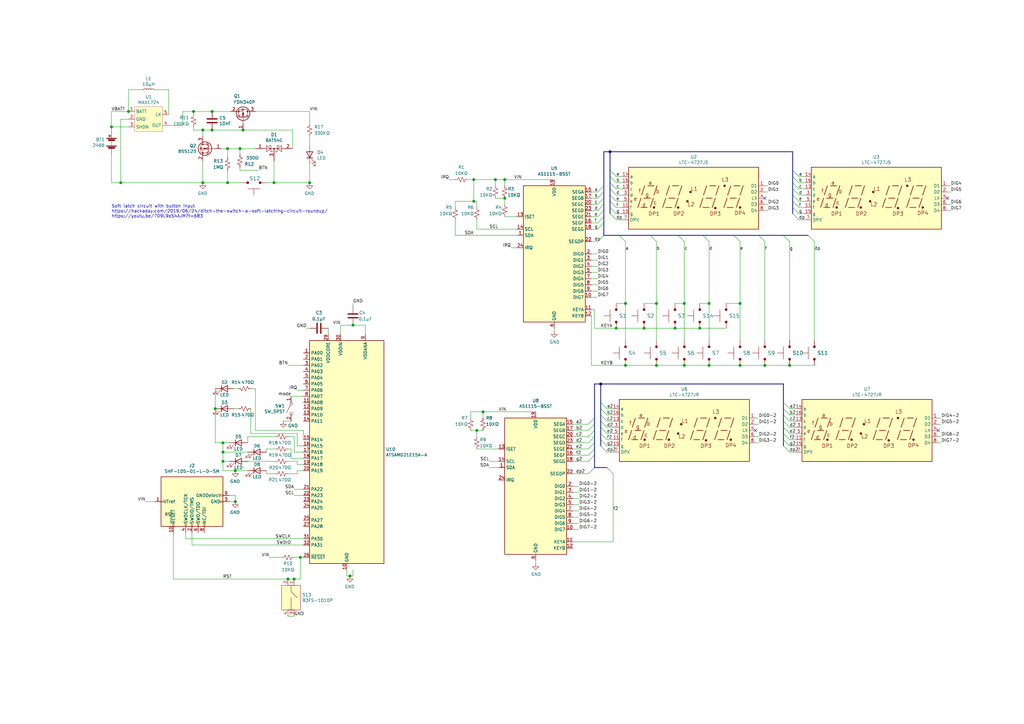
<source format=kicad_sch>
(kicad_sch (version 20201015) (generator eeschema)
  (page 1 1)
  (paper "A3")
  (title_block (date "2020-10-25") (rev "1.3") (company "Andy Lustig"))
  (junction (at 45.72 52.07) (diameter 1.016))
  (junction (at 49.53 74.93) (diameter 1.016))
  (junction (at 52.705 45.72) (diameter 1.016))
  (junction (at 79.375 45.72) (diameter 1.016))
  (junction (at 83.185 53.34) (diameter 1.016))
  (junction (at 83.185 74.93) (diameter 1.016))
  (junction (at 86.995 45.72) (diameter 1.016))
  (junction (at 86.995 53.34) (diameter 1.016))
  (junction (at 88.265 167.64) (diameter 1.016))
  (junction (at 91.44 181.61) (diameter 1.016))
  (junction (at 91.44 185.42) (diameter 1.016))
  (junction (at 91.44 189.23) (diameter 1.016))
  (junction (at 93.345 60.96) (diameter 1.016))
  (junction (at 93.345 74.93) (diameter 1.016))
  (junction (at 96.52 193.04) (diameter 1.016))
  (junction (at 96.52 205.74) (diameter 1.016))
  (junction (at 98.425 60.96) (diameter 1.016))
  (junction (at 99.695 53.34) (diameter 1.016))
  (junction (at 112.395 74.93) (diameter 1.016))
  (junction (at 118.11 237.49) (diameter 1.016))
  (junction (at 120.65 237.49) (diameter 1.016))
  (junction (at 123.19 228.6) (diameter 1.016))
  (junction (at 127 74.93) (diameter 1.016))
  (junction (at 143.51 236.22) (diameter 1.016))
  (junction (at 144.78 133.35) (diameter 1.016))
  (junction (at 194.31 73.66) (diameter 1.016))
  (junction (at 194.31 82.55) (diameter 1.016))
  (junction (at 195.58 176.53) (diameter 1.016))
  (junction (at 198.12 168.91) (diameter 1.016))
  (junction (at 203.2 73.66) (diameter 1.016))
  (junction (at 207.01 73.66) (diameter 1.016))
  (junction (at 207.01 81.28) (diameter 1.016))
  (junction (at 252.73 134.62) (diameter 1.016))
  (junction (at 256.54 124.46) (diameter 1.016))
  (junction (at 256.54 149.86) (diameter 1.016))
  (junction (at 264.16 134.62) (diameter 1.016))
  (junction (at 269.24 124.46) (diameter 1.016))
  (junction (at 269.24 149.86) (diameter 1.016))
  (junction (at 276.86 134.62) (diameter 1.016))
  (junction (at 280.67 124.46) (diameter 1.016))
  (junction (at 280.67 149.86) (diameter 1.016))
  (junction (at 287.02 134.62) (diameter 1.016))
  (junction (at 290.83 124.46) (diameter 1.016))
  (junction (at 290.83 149.86) (diameter 1.016))
  (junction (at 303.53 124.46) (diameter 1.016))
  (junction (at 303.53 149.86) (diameter 1.016))
  (junction (at 313.69 149.86) (diameter 1.016))
  (junction (at 323.85 149.86) (diameter 1.016))
  (junction (at 246.38 157.48) (diameter 1.016))
  (junction (at 250.19 62.23) (diameter 1.016))
  (no_connect (at 384.81 176.53))
  (no_connect (at 313.69 81.28))
  (no_connect (at 388.62 81.28))
  (no_connect (at 309.88 176.53))
  (bus_entry (at 241.3 173.99) (size 2.54 -2.54) (stroke (width 0.1524)))
  (bus_entry (at 241.3 176.53) (size 2.54 -2.54) (stroke (width 0.1524)))
  (bus_entry (at 241.3 179.07) (size 2.54 -2.54) (stroke (width 0.1524)))
  (bus_entry (at 241.3 181.61) (size 2.54 -2.54) (stroke (width 0.1524)))
  (bus_entry (at 241.3 184.15) (size 2.54 -2.54) (stroke (width 0.1524)))
  (bus_entry (at 241.3 186.69) (size 2.54 -2.54) (stroke (width 0.1524)))
  (bus_entry (at 241.3 189.23) (size 2.54 -2.54) (stroke (width 0.1524)))
  (bus_entry (at 241.3 194.31) (size 2.54 -2.54) (stroke (width 0.1524)))
  (bus_entry (at 245.11 78.74) (size 2.54 -2.54) (stroke (width 0.1524)))
  (bus_entry (at 245.11 81.28) (size 2.54 -2.54) (stroke (width 0.1524)))
  (bus_entry (at 245.11 83.82) (size 2.54 -2.54) (stroke (width 0.1524)))
  (bus_entry (at 245.11 86.36) (size 2.54 -2.54) (stroke (width 0.1524)))
  (bus_entry (at 245.11 88.9) (size 2.54 -2.54) (stroke (width 0.1524)))
  (bus_entry (at 245.11 91.44) (size 2.54 -2.54) (stroke (width 0.1524)))
  (bus_entry (at 245.11 93.98) (size 2.54 -2.54) (stroke (width 0.1524)))
  (bus_entry (at 245.11 99.06) (size 2.54 -2.54) (stroke (width 0.1524)))
  (bus_entry (at 246.38 165.1) (size 2.54 2.54) (stroke (width 0.1524)))
  (bus_entry (at 246.38 167.64) (size 2.54 2.54) (stroke (width 0.1524)))
  (bus_entry (at 246.38 170.18) (size 2.54 2.54) (stroke (width 0.1524)))
  (bus_entry (at 246.38 172.72) (size 2.54 2.54) (stroke (width 0.1524)))
  (bus_entry (at 246.38 175.26) (size 2.54 2.54) (stroke (width 0.1524)))
  (bus_entry (at 246.38 177.8) (size 2.54 2.54) (stroke (width 0.1524)))
  (bus_entry (at 246.38 180.34) (size 2.54 2.54) (stroke (width 0.1524)))
  (bus_entry (at 246.38 182.88) (size 2.54 2.54) (stroke (width 0.1524)))
  (bus_entry (at 248.92 191.77) (size 2.54 2.54) (stroke (width 0.1524)))
  (bus_entry (at 250.19 69.85) (size 2.54 2.54) (stroke (width 0.1524)))
  (bus_entry (at 250.19 72.39) (size 2.54 2.54) (stroke (width 0.1524)))
  (bus_entry (at 250.19 74.93) (size 2.54 2.54) (stroke (width 0.1524)))
  (bus_entry (at 250.19 77.47) (size 2.54 2.54) (stroke (width 0.1524)))
  (bus_entry (at 250.19 80.01) (size 2.54 2.54) (stroke (width 0.1524)))
  (bus_entry (at 250.19 82.55) (size 2.54 2.54) (stroke (width 0.1524)))
  (bus_entry (at 250.19 85.09) (size 2.54 2.54) (stroke (width 0.1524)))
  (bus_entry (at 250.19 87.63) (size 2.54 2.54) (stroke (width 0.1524)))
  (bus_entry (at 254 96.52) (size 2.54 2.54) (stroke (width 0.1524)))
  (bus_entry (at 266.7 96.52) (size 2.54 2.54) (stroke (width 0.1524)))
  (bus_entry (at 278.13 96.52) (size 2.54 2.54) (stroke (width 0.1524)))
  (bus_entry (at 288.29 96.52) (size 2.54 2.54) (stroke (width 0.1524)))
  (bus_entry (at 300.99 96.52) (size 2.54 2.54) (stroke (width 0.1524)))
  (bus_entry (at 311.15 96.52) (size 2.54 2.54) (stroke (width 0.1524)))
  (bus_entry (at 321.31 96.52) (size 2.54 2.54) (stroke (width 0.1524)))
  (bus_entry (at 321.31 165.1) (size 2.54 2.54) (stroke (width 0.1524)))
  (bus_entry (at 321.31 167.64) (size 2.54 2.54) (stroke (width 0.1524)))
  (bus_entry (at 321.31 170.18) (size 2.54 2.54) (stroke (width 0.1524)))
  (bus_entry (at 321.31 172.72) (size 2.54 2.54) (stroke (width 0.1524)))
  (bus_entry (at 321.31 175.26) (size 2.54 2.54) (stroke (width 0.1524)))
  (bus_entry (at 321.31 177.8) (size 2.54 2.54) (stroke (width 0.1524)))
  (bus_entry (at 321.31 180.34) (size 2.54 2.54) (stroke (width 0.1524)))
  (bus_entry (at 321.31 182.88) (size 2.54 2.54) (stroke (width 0.1524)))
  (bus_entry (at 325.12 69.85) (size 2.54 2.54) (stroke (width 0.1524)))
  (bus_entry (at 325.12 72.39) (size 2.54 2.54) (stroke (width 0.1524)))
  (bus_entry (at 325.12 74.93) (size 2.54 2.54) (stroke (width 0.1524)))
  (bus_entry (at 325.12 77.47) (size 2.54 2.54) (stroke (width 0.1524)))
  (bus_entry (at 325.12 80.01) (size 2.54 2.54) (stroke (width 0.1524)))
  (bus_entry (at 325.12 82.55) (size 2.54 2.54) (stroke (width 0.1524)))
  (bus_entry (at 325.12 85.09) (size 2.54 2.54) (stroke (width 0.1524)))
  (bus_entry (at 325.12 87.63) (size 2.54 2.54) (stroke (width 0.1524)))
  (bus_entry (at 331.47 96.52) (size 2.54 2.54) (stroke (width 0.1524)))
  (wire (pts (xy 45.72 45.72) (xy 45.72 52.07)))
  (wire (pts (xy 45.72 45.72) (xy 52.705 45.72)))
  (wire (pts (xy 45.72 52.07) (xy 45.72 53.34)))
  (wire (pts (xy 45.72 52.07) (xy 52.705 52.07)))
  (wire (pts (xy 45.72 63.5) (xy 45.72 74.93)))
  (wire (pts (xy 49.53 48.895) (xy 49.53 74.93)))
  (wire (pts (xy 49.53 74.93) (xy 45.72 74.93)))
  (wire (pts (xy 52.705 36.83) (xy 52.705 45.72)))
  (wire (pts (xy 52.705 48.895) (xy 49.53 48.895)))
  (wire (pts (xy 58.42 36.83) (xy 52.705 36.83)))
  (wire (pts (xy 63.5 205.74) (xy 59.69 205.74)))
  (wire (pts (xy 69.215 36.83) (xy 63.5 36.83)))
  (wire (pts (xy 69.215 46.99) (xy 69.215 36.83)))
  (wire (pts (xy 69.215 51.435) (xy 74.93 51.435)))
  (wire (pts (xy 71.12 218.44) (xy 71.12 237.49)))
  (wire (pts (xy 74.93 45.72) (xy 79.375 45.72)))
  (wire (pts (xy 74.93 51.435) (xy 74.93 45.72)))
  (wire (pts (xy 76.2 218.44) (xy 76.2 220.98)))
  (wire (pts (xy 76.2 220.98) (xy 124.46 220.98)))
  (wire (pts (xy 78.74 218.44) (xy 78.74 223.52)))
  (wire (pts (xy 78.74 223.52) (xy 124.46 223.52)))
  (wire (pts (xy 79.375 45.72) (xy 86.995 45.72)))
  (wire (pts (xy 79.375 46.99) (xy 79.375 45.72)))
  (wire (pts (xy 79.375 53.34) (xy 79.375 52.07)))
  (wire (pts (xy 79.375 53.34) (xy 83.185 53.34)))
  (wire (pts (xy 83.185 53.34) (xy 86.995 53.34)))
  (wire (pts (xy 83.185 55.88) (xy 83.185 53.34)))
  (wire (pts (xy 83.185 66.04) (xy 83.185 74.93)))
  (wire (pts (xy 83.185 74.93) (xy 49.53 74.93)))
  (wire (pts (xy 86.995 45.72) (xy 94.615 45.72)))
  (wire (pts (xy 88.265 159.385) (xy 88.265 167.64)))
  (wire (pts (xy 88.265 167.64) (xy 88.265 181.61)))
  (wire (pts (xy 88.265 181.61) (xy 91.44 181.61)))
  (wire (pts (xy 91.44 181.61) (xy 91.44 185.42)))
  (wire (pts (xy 91.44 185.42) (xy 91.44 189.23)))
  (wire (pts (xy 91.44 189.23) (xy 93.98 189.23)))
  (wire (pts (xy 91.44 193.04) (xy 91.44 189.23)))
  (wire (pts (xy 93.345 60.96) (xy 90.805 60.96)))
  (wire (pts (xy 93.345 60.96) (xy 93.345 64.77)))
  (wire (pts (xy 93.345 60.96) (xy 98.425 60.96)))
  (wire (pts (xy 93.345 69.85) (xy 93.345 74.93)))
  (wire (pts (xy 93.345 74.93) (xy 83.185 74.93)))
  (wire (pts (xy 93.345 74.93) (xy 99.06 74.93)))
  (wire (pts (xy 93.98 181.61) (xy 91.44 181.61)))
  (wire (pts (xy 93.98 203.2) (xy 96.52 203.2)))
  (wire (pts (xy 95.885 159.385) (xy 97.79 159.385)))
  (wire (pts (xy 95.885 167.64) (xy 97.79 167.64)))
  (wire (pts (xy 96.52 193.04) (xy 91.44 193.04)))
  (wire (pts (xy 96.52 203.2) (xy 96.52 205.74)))
  (wire (pts (xy 96.52 205.74) (xy 93.98 205.74)))
  (wire (pts (xy 98.425 60.96) (xy 104.775 60.96)))
  (wire (pts (xy 98.425 63.5) (xy 98.425 60.96)))
  (wire (pts (xy 98.425 68.58) (xy 98.425 69.85)))
  (wire (pts (xy 98.425 69.85) (xy 106.045 69.85)))
  (wire (pts (xy 99.695 53.34) (xy 86.995 53.34)))
  (wire (pts (xy 99.695 53.34) (xy 120.015 53.34)))
  (wire (pts (xy 101.6 179.07) (xy 101.6 181.61)))
  (wire (pts (xy 101.6 185.42) (xy 91.44 185.42)))
  (wire (pts (xy 101.6 193.04) (xy 96.52 193.04)))
  (wire (pts (xy 102.87 159.385) (xy 104.775 159.385)))
  (wire (pts (xy 102.87 167.64) (xy 102.87 177.8)))
  (wire (pts (xy 104.775 45.72) (xy 127 45.72)))
  (wire (pts (xy 104.775 176.53) (xy 104.775 159.385)))
  (wire (pts (xy 109.22 74.93) (xy 112.395 74.93)))
  (wire (pts (xy 109.22 184.15) (xy 109.22 185.42)))
  (wire (pts (xy 109.22 194.31) (xy 109.22 193.04)))
  (wire (pts (xy 112.395 66.04) (xy 112.395 74.93)))
  (wire (pts (xy 112.395 74.93) (xy 127 74.93)))
  (wire (pts (xy 113.03 179.07) (xy 101.6 179.07)))
  (wire (pts (xy 113.03 184.15) (xy 109.22 184.15)))
  (wire (pts (xy 113.03 189.23) (xy 101.6 189.23)))
  (wire (pts (xy 113.03 194.31) (xy 109.22 194.31)))
  (wire (pts (xy 115.57 228.6) (xy 110.49 228.6)))
  (wire (pts (xy 118.11 149.86) (xy 124.46 149.86)))
  (wire (pts (xy 118.11 189.23) (xy 121.92 189.23)))
  (wire (pts (xy 118.11 237.49) (xy 71.12 237.49)))
  (wire (pts (xy 118.11 252.73) (xy 120.65 252.73)))
  (wire (pts (xy 119.38 172.72) (xy 116.205 172.72)))
  (wire (pts (xy 119.38 184.15) (xy 118.11 184.15)))
  (wire (pts (xy 119.38 187.96) (xy 119.38 184.15)))
  (wire (pts (xy 119.38 187.96) (xy 124.46 187.96)))
  (wire (pts (xy 120.015 53.34) (xy 120.015 60.96)))
  (wire (pts (xy 120.65 179.07) (xy 118.11 179.07)))
  (wire (pts (xy 120.65 185.42) (xy 120.65 179.07)))
  (wire (pts (xy 120.65 237.49) (xy 118.11 237.49)))
  (wire (pts (xy 121.92 177.8) (xy 102.87 177.8)))
  (wire (pts (xy 121.92 182.88) (xy 121.92 177.8)))
  (wire (pts (xy 121.92 189.23) (xy 121.92 190.5)))
  (wire (pts (xy 121.92 193.04) (xy 121.92 194.31)))
  (wire (pts (xy 121.92 194.31) (xy 118.11 194.31)))
  (wire (pts (xy 123.19 228.6) (xy 120.65 228.6)))
  (wire (pts (xy 123.19 228.6) (xy 123.19 237.49)))
  (wire (pts (xy 123.19 237.49) (xy 120.65 237.49)))
  (wire (pts (xy 124.46 160.02) (xy 121.92 160.02)))
  (wire (pts (xy 124.46 162.56) (xy 119.38 162.56)))
  (wire (pts (xy 124.46 176.53) (xy 104.775 176.53)))
  (wire (pts (xy 124.46 180.34) (xy 124.46 176.53)))
  (wire (pts (xy 124.46 182.88) (xy 121.92 182.88)))
  (wire (pts (xy 124.46 185.42) (xy 120.65 185.42)))
  (wire (pts (xy 124.46 190.5) (xy 121.92 190.5)))
  (wire (pts (xy 124.46 193.04) (xy 121.92 193.04)))
  (wire (pts (xy 124.46 200.66) (xy 120.65 200.66)))
  (wire (pts (xy 124.46 203.2) (xy 120.65 203.2)))
  (wire (pts (xy 124.46 228.6) (xy 123.19 228.6)))
  (wire (pts (xy 127 45.72) (xy 127 50.8)))
  (wire (pts (xy 127 59.69) (xy 127 55.88)))
  (wire (pts (xy 127 67.31) (xy 127 74.93)))
  (wire (pts (xy 127 134.62) (xy 125.73 134.62)))
  (wire (pts (xy 134.62 137.16) (xy 134.62 134.62)))
  (wire (pts (xy 139.7 133.35) (xy 139.7 137.16)))
  (wire (pts (xy 139.7 133.35) (xy 144.78 133.35)))
  (wire (pts (xy 142.24 233.68) (xy 142.24 236.22)))
  (wire (pts (xy 142.24 236.22) (xy 143.51 236.22)))
  (wire (pts (xy 143.51 236.22) (xy 144.78 236.22)))
  (wire (pts (xy 144.78 125.73) (xy 144.78 124.46)))
  (wire (pts (xy 144.78 133.35) (xy 149.86 133.35)))
  (wire (pts (xy 144.78 236.22) (xy 144.78 233.68)))
  (wire (pts (xy 149.86 133.35) (xy 149.86 137.16)))
  (wire (pts (xy 186.69 73.66) (xy 184.15 73.66)))
  (wire (pts (xy 186.69 82.55) (xy 194.31 82.55)))
  (wire (pts (xy 186.69 85.09) (xy 186.69 82.55)))
  (wire (pts (xy 186.69 90.17) (xy 186.69 96.52)))
  (wire (pts (xy 186.69 96.52) (xy 212.09 96.52)))
  (wire (pts (xy 191.77 73.66) (xy 194.31 73.66)))
  (wire (pts (xy 193.04 168.91) (xy 198.12 168.91)))
  (wire (pts (xy 193.04 171.45) (xy 193.04 168.91)))
  (wire (pts (xy 194.31 73.66) (xy 203.2 73.66)))
  (wire (pts (xy 194.31 82.55) (xy 194.31 73.66)))
  (wire (pts (xy 194.31 82.55) (xy 195.58 82.55)))
  (wire (pts (xy 195.58 82.55) (xy 195.58 85.09)))
  (wire (pts (xy 195.58 90.17) (xy 195.58 93.98)))
  (wire (pts (xy 195.58 93.98) (xy 212.09 93.98)))
  (wire (pts (xy 195.58 176.53) (xy 193.04 176.53)))
  (wire (pts (xy 195.58 179.07) (xy 195.58 176.53)))
  (wire (pts (xy 195.58 184.15) (xy 204.47 184.15)))
  (wire (pts (xy 198.12 168.91) (xy 219.71 168.91)))
  (wire (pts (xy 198.12 171.45) (xy 198.12 168.91)))
  (wire (pts (xy 198.12 176.53) (xy 195.58 176.53)))
  (wire (pts (xy 200.66 189.23) (xy 204.47 189.23)))
  (wire (pts (xy 200.66 191.77) (xy 204.47 191.77)))
  (wire (pts (xy 203.2 73.66) (xy 207.01 73.66)))
  (wire (pts (xy 203.2 76.2) (xy 203.2 73.66)))
  (wire (pts (xy 203.2 81.28) (xy 207.01 81.28)))
  (wire (pts (xy 207.01 73.66) (xy 227.33 73.66)))
  (wire (pts (xy 207.01 76.2) (xy 207.01 73.66)))
  (wire (pts (xy 207.01 83.82) (xy 207.01 81.28)))
  (wire (pts (xy 212.09 88.9) (xy 207.01 88.9)))
  (wire (pts (xy 212.09 101.6) (xy 209.55 101.6)))
  (wire (pts (xy 219.71 229.87) (xy 219.71 231.14)))
  (wire (pts (xy 227.33 134.62) (xy 227.33 135.89)))
  (wire (pts (xy 234.95 173.99) (xy 241.3 173.99)))
  (wire (pts (xy 234.95 176.53) (xy 241.3 176.53)))
  (wire (pts (xy 234.95 179.07) (xy 241.3 179.07)))
  (wire (pts (xy 234.95 181.61) (xy 241.3 181.61)))
  (wire (pts (xy 234.95 184.15) (xy 241.3 184.15)))
  (wire (pts (xy 234.95 186.69) (xy 241.3 186.69)))
  (wire (pts (xy 234.95 189.23) (xy 241.3 189.23)))
  (wire (pts (xy 234.95 194.31) (xy 241.3 194.31)))
  (wire (pts (xy 234.95 199.39) (xy 237.49 199.39)))
  (wire (pts (xy 234.95 201.93) (xy 237.49 201.93)))
  (wire (pts (xy 234.95 204.47) (xy 237.49 204.47)))
  (wire (pts (xy 234.95 207.01) (xy 237.49 207.01)))
  (wire (pts (xy 234.95 209.55) (xy 237.49 209.55)))
  (wire (pts (xy 234.95 212.09) (xy 237.49 212.09)))
  (wire (pts (xy 234.95 214.63) (xy 237.49 214.63)))
  (wire (pts (xy 234.95 217.17) (xy 237.49 217.17)))
  (wire (pts (xy 242.57 78.74) (xy 245.11 78.74)))
  (wire (pts (xy 242.57 81.28) (xy 245.11 81.28)))
  (wire (pts (xy 242.57 83.82) (xy 245.11 83.82)))
  (wire (pts (xy 242.57 86.36) (xy 245.11 86.36)))
  (wire (pts (xy 242.57 88.9) (xy 245.11 88.9)))
  (wire (pts (xy 242.57 91.44) (xy 245.11 91.44)))
  (wire (pts (xy 242.57 93.98) (xy 245.11 93.98)))
  (wire (pts (xy 242.57 99.06) (xy 245.11 99.06)))
  (wire (pts (xy 242.57 104.14) (xy 245.11 104.14)))
  (wire (pts (xy 242.57 106.68) (xy 245.11 106.68)))
  (wire (pts (xy 242.57 109.22) (xy 245.11 109.22)))
  (wire (pts (xy 242.57 111.76) (xy 245.11 111.76)))
  (wire (pts (xy 242.57 114.3) (xy 245.11 114.3)))
  (wire (pts (xy 242.57 116.84) (xy 245.11 116.84)))
  (wire (pts (xy 242.57 119.38) (xy 245.11 119.38)))
  (wire (pts (xy 242.57 121.92) (xy 245.11 121.92)))
  (wire (pts (xy 242.57 129.54) (xy 242.57 149.86)))
  (wire (pts (xy 242.57 149.86) (xy 256.54 149.86)))
  (wire (pts (xy 243.84 127) (xy 242.57 127)))
  (wire (pts (xy 243.84 134.62) (xy 243.84 127)))
  (wire (pts (xy 248.92 177.8) (xy 251.46 177.8)))
  (wire (pts (xy 248.92 180.34) (xy 251.46 180.34)))
  (wire (pts (xy 248.92 182.88) (xy 251.46 182.88)))
  (wire (pts (xy 248.92 185.42) (xy 251.46 185.42)))
  (wire (pts (xy 251.46 167.64) (xy 248.92 167.64)))
  (wire (pts (xy 251.46 170.18) (xy 248.92 170.18)))
  (wire (pts (xy 251.46 172.72) (xy 248.92 172.72)))
  (wire (pts (xy 251.46 175.26) (xy 248.92 175.26)))
  (wire (pts (xy 251.46 194.31) (xy 251.46 222.25)))
  (wire (pts (xy 251.46 222.25) (xy 234.95 222.25)))
  (wire (pts (xy 252.73 82.55) (xy 255.27 82.55)))
  (wire (pts (xy 252.73 85.09) (xy 255.27 85.09)))
  (wire (pts (xy 252.73 87.63) (xy 255.27 87.63)))
  (wire (pts (xy 252.73 90.17) (xy 255.27 90.17)))
  (wire (pts (xy 252.73 134.62) (xy 243.84 134.62)))
  (wire (pts (xy 252.73 134.62) (xy 264.16 134.62)))
  (wire (pts (xy 255.27 72.39) (xy 252.73 72.39)))
  (wire (pts (xy 255.27 74.93) (xy 252.73 74.93)))
  (wire (pts (xy 255.27 77.47) (xy 252.73 77.47)))
  (wire (pts (xy 255.27 80.01) (xy 252.73 80.01)))
  (wire (pts (xy 256.54 99.06) (xy 256.54 124.46)))
  (wire (pts (xy 256.54 124.46) (xy 252.73 124.46)))
  (wire (pts (xy 256.54 124.46) (xy 256.54 139.7)))
  (wire (pts (xy 264.16 124.46) (xy 269.24 124.46)))
  (wire (pts (xy 264.16 134.62) (xy 276.86 134.62)))
  (wire (pts (xy 269.24 99.06) (xy 269.24 124.46)))
  (wire (pts (xy 269.24 124.46) (xy 269.24 139.7)))
  (wire (pts (xy 269.24 149.86) (xy 256.54 149.86)))
  (wire (pts (xy 269.24 149.86) (xy 280.67 149.86)))
  (wire (pts (xy 276.86 124.46) (xy 280.67 124.46)))
  (wire (pts (xy 276.86 134.62) (xy 287.02 134.62)))
  (wire (pts (xy 280.67 124.46) (xy 280.67 99.06)))
  (wire (pts (xy 280.67 124.46) (xy 280.67 139.7)))
  (wire (pts (xy 287.02 124.46) (xy 290.83 124.46)))
  (wire (pts (xy 287.02 134.62) (xy 297.815 134.62)))
  (wire (pts (xy 290.83 99.06) (xy 290.83 124.46)))
  (wire (pts (xy 290.83 124.46) (xy 290.83 139.7)))
  (wire (pts (xy 290.83 149.86) (xy 280.67 149.86)))
  (wire (pts (xy 290.83 149.86) (xy 303.53 149.86)))
  (wire (pts (xy 297.815 124.46) (xy 303.53 124.46)))
  (wire (pts (xy 303.53 124.46) (xy 303.53 99.06)))
  (wire (pts (xy 303.53 139.7) (xy 303.53 124.46)))
  (wire (pts (xy 309.88 171.45) (xy 311.15 171.45)))
  (wire (pts (xy 309.88 173.99) (xy 311.15 173.99)))
  (wire (pts (xy 309.88 179.07) (xy 311.15 179.07)))
  (wire (pts (xy 309.88 181.61) (xy 311.15 181.61)))
  (wire (pts (xy 313.69 76.2) (xy 314.96 76.2)))
  (wire (pts (xy 313.69 78.74) (xy 314.96 78.74)))
  (wire (pts (xy 313.69 83.82) (xy 314.96 83.82)))
  (wire (pts (xy 313.69 86.36) (xy 314.96 86.36)))
  (wire (pts (xy 313.69 99.06) (xy 313.69 139.7)))
  (wire (pts (xy 313.69 149.86) (xy 303.53 149.86)))
  (wire (pts (xy 323.85 139.7) (xy 323.85 99.06)))
  (wire (pts (xy 323.85 149.86) (xy 313.69 149.86)))
  (wire (pts (xy 323.85 177.8) (xy 326.39 177.8)))
  (wire (pts (xy 323.85 180.34) (xy 326.39 180.34)))
  (wire (pts (xy 323.85 182.88) (xy 326.39 182.88)))
  (wire (pts (xy 323.85 185.42) (xy 326.39 185.42)))
  (wire (pts (xy 326.39 167.64) (xy 323.85 167.64)))
  (wire (pts (xy 326.39 170.18) (xy 323.85 170.18)))
  (wire (pts (xy 326.39 172.72) (xy 323.85 172.72)))
  (wire (pts (xy 326.39 175.26) (xy 323.85 175.26)))
  (wire (pts (xy 327.66 82.55) (xy 330.2 82.55)))
  (wire (pts (xy 327.66 85.09) (xy 330.2 85.09)))
  (wire (pts (xy 327.66 87.63) (xy 330.2 87.63)))
  (wire (pts (xy 327.66 90.17) (xy 330.2 90.17)))
  (wire (pts (xy 330.2 72.39) (xy 327.66 72.39)))
  (wire (pts (xy 330.2 74.93) (xy 327.66 74.93)))
  (wire (pts (xy 330.2 77.47) (xy 327.66 77.47)))
  (wire (pts (xy 330.2 80.01) (xy 327.66 80.01)))
  (wire (pts (xy 334.01 99.06) (xy 334.01 139.7)))
  (wire (pts (xy 334.01 149.86) (xy 323.85 149.86)))
  (wire (pts (xy 384.81 171.45) (xy 386.08 171.45)))
  (wire (pts (xy 384.81 173.99) (xy 386.08 173.99)))
  (wire (pts (xy 384.81 179.07) (xy 386.08 179.07)))
  (wire (pts (xy 384.81 181.61) (xy 386.08 181.61)))
  (wire (pts (xy 388.62 76.2) (xy 389.89 76.2)))
  (wire (pts (xy 388.62 78.74) (xy 389.89 78.74)))
  (wire (pts (xy 388.62 83.82) (xy 389.89 83.82)))
  (wire (pts (xy 388.62 86.36) (xy 389.89 86.36)))
  (bus (pts (xy 243.84 157.48) (xy 243.84 171.45)))
  (bus (pts (xy 243.84 157.48) (xy 246.38 157.48)))
  (bus (pts (xy 243.84 171.45) (xy 243.84 173.99)))
  (bus (pts (xy 243.84 173.99) (xy 243.84 176.53)))
  (bus (pts (xy 243.84 176.53) (xy 243.84 179.07)))
  (bus (pts (xy 243.84 179.07) (xy 243.84 181.61)))
  (bus (pts (xy 243.84 181.61) (xy 243.84 184.15)))
  (bus (pts (xy 243.84 184.15) (xy 243.84 186.69)))
  (bus (pts (xy 243.84 186.69) (xy 243.84 191.77)))
  (bus (pts (xy 243.84 191.77) (xy 248.92 191.77)))
  (bus (pts (xy 246.38 157.48) (xy 246.38 165.1)))
  (bus (pts (xy 246.38 157.48) (xy 321.31 157.48)))
  (bus (pts (xy 246.38 165.1) (xy 246.38 167.64)))
  (bus (pts (xy 246.38 167.64) (xy 246.38 170.18)))
  (bus (pts (xy 246.38 170.18) (xy 246.38 172.72)))
  (bus (pts (xy 246.38 172.72) (xy 246.38 175.26)))
  (bus (pts (xy 246.38 175.26) (xy 246.38 177.8)))
  (bus (pts (xy 246.38 177.8) (xy 246.38 180.34)))
  (bus (pts (xy 246.38 180.34) (xy 246.38 182.88)))
  (bus (pts (xy 247.65 62.23) (xy 247.65 76.2)))
  (bus (pts (xy 247.65 62.23) (xy 250.19 62.23)))
  (bus (pts (xy 247.65 76.2) (xy 247.65 78.74)))
  (bus (pts (xy 247.65 78.74) (xy 247.65 81.28)))
  (bus (pts (xy 247.65 81.28) (xy 247.65 83.82)))
  (bus (pts (xy 247.65 83.82) (xy 247.65 86.36)))
  (bus (pts (xy 247.65 86.36) (xy 247.65 88.9)))
  (bus (pts (xy 247.65 88.9) (xy 247.65 91.44)))
  (bus (pts (xy 247.65 91.44) (xy 247.65 96.52)))
  (bus (pts (xy 247.65 96.52) (xy 254 96.52)))
  (bus (pts (xy 250.19 62.23) (xy 250.19 69.85)))
  (bus (pts (xy 250.19 62.23) (xy 325.12 62.23)))
  (bus (pts (xy 250.19 69.85) (xy 250.19 72.39)))
  (bus (pts (xy 250.19 72.39) (xy 250.19 74.93)))
  (bus (pts (xy 250.19 74.93) (xy 250.19 77.47)))
  (bus (pts (xy 250.19 77.47) (xy 250.19 80.01)))
  (bus (pts (xy 250.19 80.01) (xy 250.19 82.55)))
  (bus (pts (xy 250.19 82.55) (xy 250.19 85.09)))
  (bus (pts (xy 250.19 85.09) (xy 250.19 87.63)))
  (bus (pts (xy 254 96.52) (xy 266.7 96.52)))
  (bus (pts (xy 266.7 96.52) (xy 278.13 96.52)))
  (bus (pts (xy 278.13 96.52) (xy 288.29 96.52)))
  (bus (pts (xy 288.29 96.52) (xy 300.99 96.52)))
  (bus (pts (xy 300.99 96.52) (xy 311.15 96.52)))
  (bus (pts (xy 311.15 96.52) (xy 321.31 96.52)))
  (bus (pts (xy 321.31 96.52) (xy 331.47 96.52)))
  (bus (pts (xy 321.31 157.48) (xy 321.31 165.1)))
  (bus (pts (xy 321.31 165.1) (xy 321.31 167.64)))
  (bus (pts (xy 321.31 167.64) (xy 321.31 170.18)))
  (bus (pts (xy 321.31 170.18) (xy 321.31 172.72)))
  (bus (pts (xy 321.31 172.72) (xy 321.31 175.26)))
  (bus (pts (xy 321.31 175.26) (xy 321.31 177.8)))
  (bus (pts (xy 321.31 177.8) (xy 321.31 180.34)))
  (bus (pts (xy 321.31 180.34) (xy 321.31 182.88)))
  (bus (pts (xy 325.12 62.23) (xy 325.12 69.85)))
  (bus (pts (xy 325.12 69.85) (xy 325.12 72.39)))
  (bus (pts (xy 325.12 72.39) (xy 325.12 74.93)))
  (bus (pts (xy 325.12 74.93) (xy 325.12 77.47)))
  (bus (pts (xy 325.12 77.47) (xy 325.12 80.01)))
  (bus (pts (xy 325.12 80.01) (xy 325.12 82.55)))
  (bus (pts (xy 325.12 82.55) (xy 325.12 85.09)))
  (bus (pts (xy 325.12 85.09) (xy 325.12 87.63)))
  (text "Soft latch circuit with button input\nhttps://hackaday.com/2019/06/24/ditch-the-switch-a-soft-latching-circuit-roundup/\nhttps://youtu.be/7D9L9oS4AJM?t=683" (at 45.72 89.535 0) (effects (font (size 1.27 1.27)) (justify left bottom)))
  (label "VBATT" (at 45.72 45.72 0))
  (label "VIN" (at 59.69 205.74 180))
  (label "RST" (at 71.12 212.09 180))
  (label "RST" (at 91.44 237.49 0))
  (label "BTN" (at 106.045 69.85 0))
  (label "VIN" (at 110.49 228.6 180))
  (label "BTN" (at 118.11 149.86 180))
  (label "mode" (at 119.38 162.56 180))
  (label "SWCLK" (at 119.38 220.98 180))
  (label "SWDIO" (at 119.38 223.52 180))
  (label "SDA" (at 120.65 200.66 180))
  (label "SCL" (at 120.65 203.2 180))
  (label "GND" (at 120.65 252.73 0))
  (label "IRQ" (at 121.92 160.02 180))
  (label "GND" (at 125.73 134.62 180))
  (label "VIN" (at 127 45.72 0))
  (label "VIN" (at 139.7 133.35 180))
  (label "GND" (at 144.78 124.46 0))
  (label "IRQ" (at 184.15 73.66 180))
  (label "SDA" (at 190.5 96.52 0))
  (label "SCL" (at 200.66 93.98 0))
  (label "SCL" (at 200.66 189.23 180))
  (label "SDA" (at 200.66 191.77 180))
  (label "VIN" (at 204.47 168.91 0))
  (label "IRQ" (at 209.55 101.6 180))
  (label "VIN" (at 210.82 73.66 0))
  (label "a2" (at 236.22 173.99 0))
  (label "b2" (at 236.22 176.53 0))
  (label "c2" (at 236.22 179.07 0))
  (label "d2" (at 236.22 181.61 0))
  (label "e2" (at 236.22 184.15 0))
  (label "f2" (at 236.22 186.69 0))
  (label "g2" (at 236.22 189.23 0))
  (label "dp2" (at 236.22 194.31 0))
  (label "DIG0-2" (at 237.49 199.39 0))
  (label "DIG1-2" (at 237.49 201.93 0))
  (label "DIG2-2" (at 237.49 204.47 0))
  (label "DIG3-2" (at 237.49 207.01 0))
  (label "DIG4-2" (at 237.49 209.55 0))
  (label "DIG5-2" (at 237.49 212.09 0))
  (label "DIG6-2" (at 237.49 214.63 0))
  (label "DIG7-2" (at 237.49 217.17 0))
  (label "a" (at 243.84 78.74 0))
  (label "b" (at 243.84 81.28 0))
  (label "c" (at 243.84 83.82 0))
  (label "d" (at 243.84 86.36 0))
  (label "e" (at 243.84 88.9 0))
  (label "f" (at 243.84 91.44 0))
  (label "g" (at 243.84 93.98 0))
  (label "dp" (at 243.84 99.06 0))
  (label "DIG0" (at 245.11 104.14 0))
  (label "DIG1" (at 245.11 106.68 0))
  (label "DIG2" (at 245.11 109.22 0))
  (label "DIG3" (at 245.11 111.76 0))
  (label "DIG4" (at 245.11 114.3 0))
  (label "DIG5" (at 245.11 116.84 0))
  (label "DIG6" (at 245.11 119.38 0))
  (label "DIG7" (at 245.11 121.92 0))
  (label "KEYA" (at 246.38 134.62 0))
  (label "KEYB" (at 246.38 149.86 0))
  (label "a2" (at 248.92 167.64 0))
  (label "b2" (at 248.92 170.18 0))
  (label "c2" (at 248.92 172.72 0))
  (label "d2" (at 248.92 175.26 0))
  (label "e2" (at 248.92 177.8 0))
  (label "f2" (at 248.92 180.34 0))
  (label "g2" (at 248.92 182.88 0))
  (label "dp2" (at 248.92 185.42 0))
  (label "f2" (at 251.46 209.55 0))
  (label "a" (at 252.73 72.39 0))
  (label "b" (at 252.73 74.93 0))
  (label "c" (at 252.73 77.47 0))
  (label "d" (at 252.73 80.01 0))
  (label "e" (at 252.73 82.55 0))
  (label "f" (at 252.73 85.09 0))
  (label "g" (at 252.73 87.63 0))
  (label "dp" (at 252.73 90.17 0))
  (label "a" (at 256.54 102.87 0))
  (label "b" (at 269.24 102.87 0))
  (label "c" (at 280.67 102.87 0))
  (label "d" (at 290.83 102.87 0))
  (label "e" (at 303.53 102.87 0))
  (label "DIG0-2" (at 311.15 171.45 0))
  (label "DIG1-2" (at 311.15 173.99 0))
  (label "DIG2-2" (at 311.15 179.07 0))
  (label "DIG3-2" (at 311.15 181.61 0))
  (label "f" (at 313.69 102.87 0))
  (label "DIG0" (at 314.96 76.2 0))
  (label "DIG1" (at 314.96 78.74 0))
  (label "DIG2" (at 314.96 83.82 0))
  (label "DIG3" (at 314.96 86.36 0))
  (label "g" (at 323.85 102.87 0))
  (label "a2" (at 323.85 167.64 0))
  (label "b2" (at 323.85 170.18 0))
  (label "c2" (at 323.85 172.72 0))
  (label "d2" (at 323.85 175.26 0))
  (label "e2" (at 323.85 177.8 0))
  (label "f2" (at 323.85 180.34 0))
  (label "g2" (at 323.85 182.88 0))
  (label "dp2" (at 323.85 185.42 0))
  (label "a" (at 327.66 72.39 0))
  (label "b" (at 327.66 74.93 0))
  (label "c" (at 327.66 77.47 0))
  (label "d" (at 327.66 80.01 0))
  (label "e" (at 327.66 82.55 0))
  (label "f" (at 327.66 85.09 0))
  (label "g" (at 327.66 87.63 0))
  (label "dp" (at 327.66 90.17 0))
  (label "dp" (at 334.01 102.87 0))
  (label "DIG4-2" (at 386.08 171.45 0))
  (label "DIG5-2" (at 386.08 173.99 0))
  (label "DIG6-2" (at 386.08 179.07 0))
  (label "DIG7-2" (at 386.08 181.61 0))
  (label "DIG4" (at 389.89 76.2 0))
  (label "DIG5" (at 389.89 78.74 0))
  (label "DIG6" (at 389.89 83.82 0))
  (label "DIG7" (at 389.89 86.36 0))
  (symbol (lib_id "Device:L_Small") (at 60.96 36.83 90) (unit 1)
    (property "Reference" "L1" (at 60.96 32.2388 90))
    (property "Value" "10µH" (at 60.96 34.5375 90))
    (property "Footprint" "Inductor_SMD:L_0805_2012Metric" (effects hide))
  )
  (symbol (lib_id "power:GND") (at 83.185 74.93 0) (mirror y) (unit 1)
    (property "Reference" "#PWR0101" (effects hide))
    (property "Value" "GND" (at 83.058 79.3242 0))
  )
  (symbol (lib_id "power:GND") (at 96.52 193.04 0) (mirror y) (unit 1)
    (property "Reference" "#PWR0108" (effects hide))
    (property "Value" "GND" (at 96.393 197.4342 0))
  )
  (symbol (lib_id "power:GND") (at 96.52 205.74 0) (mirror y) (unit 1)
    (property "Reference" "#PWR0105" (effects hide))
    (property "Value" "GND" (at 96.393 210.1342 0))
  )
  (symbol (lib_id "power:GND") (at 116.205 172.72 0) (unit 1)
    (property "Reference" "#PWR02" (effects hide))
    (property "Value" "GND" (at 120.142 174.5742 0))
  )
  (symbol (lib_id "power:GND") (at 127 74.93 0) (mirror y) (unit 1)
    (property "Reference" "#PWR0107" (effects hide))
    (property "Value" "GND" (at 126.873 79.3242 0))
  )
  (symbol (lib_id "power:GND") (at 143.51 236.22 0) (mirror y) (unit 1)
    (property "Reference" "#PWR0104" (effects hide))
    (property "Value" "GND" (at 143.383 240.6142 0))
  )
  (symbol (lib_id "power:GND") (at 219.71 231.14 0) (unit 1)
    (property "Reference" "#PWR04" (effects hide))
    (property "Value" "GND" (at 219.837 235.5342 0))
  )
  (symbol (lib_id "power:GND") (at 227.33 135.89 0) (unit 1)
    (property "Reference" "#PWR03" (effects hide))
    (property "Value" "GND" (at 227.457 140.2842 0))
  )
  (symbol (lib_id "Device:R_Small_US") (at 79.375 49.53 0) (mirror x) (unit 1)
    (property "Reference" "R11" (at 75.565 48.26 0))
    (property "Value" "100KΩ" (at 74.295 50.8 0))
    (property "Footprint" "Resistor_SMD:R_0805_2012Metric" (effects hide))
  )
  (symbol (lib_id "Device:R_Small_US") (at 93.345 67.31 0) (mirror x) (unit 1)
    (property "Reference" "R13" (at 89.535 66.04 0))
    (property "Value" "1MΩ" (at 89.535 68.58 0))
    (property "Footprint" "Resistor_SMD:R_0805_2012Metric" (effects hide))
  )
  (symbol (lib_id "Device:R_Small_US") (at 98.425 66.04 180) (unit 1)
    (property "Reference" "R12" (at 102.235 67.31 0))
    (property "Value" "330Ω" (at 103.505 64.77 0))
    (property "Footprint" "Resistor_SMD:R_0805_2012Metric" (effects hide))
  )
  (symbol (lib_id "Device:R_Small_US") (at 100.33 159.385 270) (mirror x) (unit 1)
    (property "Reference" "R14" (at 96.8248 156.845 90))
    (property "Value" "470Ω" (at 101.6 156.845 90))
    (property "Footprint" "Resistor_SMD:R_0805_2012Metric" (effects hide))
  )
  (symbol (lib_id "Device:R_Small_US") (at 100.33 167.64 270) (unit 1)
    (property "Reference" "R15" (at 96.8248 170.18 90))
    (property "Value" "470Ω" (at 101.6 170.18 90))
    (property "Footprint" "Resistor_SMD:R_0805_2012Metric" (effects hide))
  )
  (symbol (lib_id "Device:R_Small_US") (at 115.57 179.07 270) (unit 1)
    (property "Reference" "R18" (at 112.0648 181.61 90))
    (property "Value" "470Ω" (at 116.84 181.61 90))
    (property "Footprint" "Resistor_SMD:R_0805_2012Metric" (effects hide))
  )
  (symbol (lib_id "Device:R_Small_US") (at 115.57 184.15 270) (unit 1)
    (property "Reference" "R19" (at 112.0648 186.6392 90))
    (property "Value" "470Ω" (at 116.84 186.69 90))
    (property "Footprint" "Resistor_SMD:R_0805_2012Metric" (effects hide))
  )
  (symbol (lib_id "Device:R_Small_US") (at 115.57 189.23 270) (unit 1)
    (property "Reference" "R20" (at 112.268 191.8208 90))
    (property "Value" "470Ω" (at 116.84 191.77 90))
    (property "Footprint" "Resistor_SMD:R_0805_2012Metric" (effects hide))
  )
  (symbol (lib_id "Device:R_Small_US") (at 115.57 194.31 270) (unit 1)
    (property "Reference" "R21" (at 112.0648 196.7484 90))
    (property "Value" "470Ω" (at 116.84 196.85 90))
    (property "Footprint" "Resistor_SMD:R_0805_2012Metric" (effects hide))
  )
  (symbol (lib_id "Device:R_Small_US") (at 118.11 228.6 270) (unit 1)
    (property "Reference" "R10" (at 118.11 231.14 90))
    (property "Value" "10KΩ" (at 118.11 233.68 90))
    (property "Footprint" "Resistor_SMD:R_0805_2012Metric" (effects hide))
  )
  (symbol (lib_id "Device:R_Small_US") (at 127 53.34 0) (mirror y) (unit 1)
    (property "Reference" "R17" (at 130.81 52.07 0))
    (property "Value" "330KΩ" (at 132.08 54.61 0))
    (property "Footprint" "Resistor_SMD:R_0805_2012Metric" (effects hide))
  )
  (symbol (lib_id "Device:R_Small_US") (at 186.69 87.63 180) (unit 1)
    (property "Reference" "R5" (at 184.15 85.09 0))
    (property "Value" "10KΩ" (at 182.88 87.63 0))
    (property "Footprint" "Resistor_SMD:R_0805_2012Metric" (effects hide))
  )
  (symbol (lib_id "Device:R_Small_US") (at 189.23 73.66 270) (unit 1)
    (property "Reference" "R1" (at 189.23 68.58 90))
    (property "Value" "10KΩ" (at 189.23 71.12 90))
    (property "Footprint" "Resistor_SMD:R_0805_2012Metric" (effects hide))
  )
  (symbol (lib_id "Device:R_Small_US") (at 193.04 173.99 180) (unit 1)
    (property "Reference" "R7" (at 190.5 171.45 0))
    (property "Value" "10KΩ" (at 189.23 173.99 0))
    (property "Footprint" "Resistor_SMD:R_0805_2012Metric" (effects hide))
  )
  (symbol (lib_id "Device:R_Small_US") (at 195.58 87.63 180) (unit 1)
    (property "Reference" "R6" (at 193.04 85.09 0))
    (property "Value" "10KΩ" (at 191.77 87.63 0))
    (property "Footprint" "Resistor_SMD:R_0805_2012Metric" (effects hide))
  )
  (symbol (lib_id "Device:R_Small_US") (at 195.58 181.61 0) (mirror x) (unit 1)
    (property "Reference" "R9" (at 198.12 180.34 0))
    (property "Value" "10KΩ" (at 199.39 182.88 0))
    (property "Footprint" "Resistor_SMD:R_0805_2012Metric" (effects hide))
  )
  (symbol (lib_id "Device:R_Small_US") (at 198.12 173.99 0) (mirror x) (unit 1)
    (property "Reference" "R8" (at 200.66 171.45 0))
    (property "Value" "10KΩ" (at 201.93 173.99 0))
    (property "Footprint" "Resistor_SMD:R_0805_2012Metric" (effects hide))
  )
  (symbol (lib_id "Device:R_Small_US") (at 203.2 78.74 180) (unit 1)
    (property "Reference" "R2" (at 200.66 77.47 0))
    (property "Value" "10KΩ" (at 199.39 80.01 0))
    (property "Footprint" "Resistor_SMD:R_0805_2012Metric" (effects hide))
  )
  (symbol (lib_id "Device:R_Small_US") (at 207.01 78.74 180) (unit 1)
    (property "Reference" "R3" (at 209.55 77.47 0))
    (property "Value" "10KΩ" (at 210.82 80.01 0))
    (property "Footprint" "Resistor_SMD:R_0805_2012Metric" (effects hide))
  )
  (symbol (lib_id "Device:R_Small_US") (at 207.01 86.36 180) (unit 1)
    (property "Reference" "R4" (at 204.47 85.09 0))
    (property "Value" "10KΩ" (at 203.2 87.63 0))
    (property "Footprint" "Resistor_SMD:R_0805_2012Metric" (effects hide))
  )
  (symbol (lib_id "Device:LED") (at 92.075 159.385 0) (unit 1)
    (property "Reference" "D2" (at 92.075 156.845 0))
    (property "Value" "LED" (at 92.075 161.925 0))
    (property "Footprint" "LED_SMD:LED_0805_2012Metric" (effects hide))
    (property "Description" "LED" (effects hide))
  )
  (symbol (lib_id "Device:LED") (at 92.075 167.64 0) (unit 1)
    (property "Reference" "D3" (at 92.075 165.1 0))
    (property "Value" "LED" (at 92.075 170.18 0))
    (property "Footprint" "LED_SMD:LED_0805_2012Metric" (effects hide))
    (property "Description" "LED" (effects hide))
  )
  (symbol (lib_id "Device:LED") (at 97.79 181.61 0) (unit 1)
    (property "Reference" "D5" (at 97.79 179.07 0))
    (property "Value" "LED" (at 97.79 184.15 0))
    (property "Footprint" "LED_SMD:LED_0805_2012Metric" (effects hide))
    (property "Description" "LED" (effects hide))
  )
  (symbol (lib_id "Device:LED") (at 97.79 189.23 0) (unit 1)
    (property "Reference" "D7" (at 97.79 186.69 0))
    (property "Value" "LED" (at 97.79 191.77 0))
    (property "Footprint" "LED_SMD:LED_0805_2012Metric" (effects hide))
    (property "Description" "LED" (effects hide))
  )
  (symbol (lib_id "Device:LED") (at 105.41 185.42 0) (unit 1)
    (property "Reference" "D6" (at 105.41 182.88 0))
    (property "Value" "LED" (at 105.41 187.96 0))
    (property "Footprint" "LED_SMD:LED_0805_2012Metric" (effects hide))
    (property "Description" "LED" (effects hide))
  )
  (symbol (lib_id "Device:LED") (at 105.41 193.04 0) (unit 1)
    (property "Reference" "D8" (at 105.41 190.5 0))
    (property "Value" "LED" (at 105.41 195.58 0))
    (property "Footprint" "LED_SMD:LED_0805_2012Metric" (effects hide))
    (property "Description" "LED" (effects hide))
  )
  (symbol (lib_id "Device:LED") (at 127 63.5 90) (unit 1)
    (property "Reference" "D4" (at 129.9972 62.5094 90) (effects (justify right)))
    (property "Value" "LED" (at 129.9972 64.8208 90) (effects (justify right)))
    (property "Footprint" "LED_SMD:LED_0805_2012Metric" (effects hide))
    (property "Description" "LED" (effects hide))
  )
  (symbol (lib_id "Switch:SW_SPST") (at 119.38 167.64 90) (mirror x) (unit 1)
    (property "Reference" "SW1" (at 116.8908 166.4716 90) (effects (justify left)))
    (property "Value" "SW_SPST" (at 116.8908 168.783 90) (effects (justify left)))
    (property "Footprint" "asl_footprints:B12AP" (effects hide))
    (property "Datasheet" "https://www.digikey.com/products/en?keywords=360-1012-ND" (effects hide))
    (property "Description" "Toggle Switch" (effects hide))
  )
  (symbol (lib_id "Device:C") (at 86.995 49.53 0) (unit 1)
    (property "Reference" "C5" (at 89.916 48.3616 0) (effects (justify left)))
    (property "Value" "10nF" (at 89.916 50.673 0) (effects (justify left)))
    (property "Footprint" "Capacitor_SMD:C_0805_2012Metric" (effects hide))
  )
  (symbol (lib_id "Device:C") (at 130.81 134.62 90) (unit 1)
    (property "Reference" "C3" (at 130.81 128.27 90))
    (property "Value" "0.1µF" (at 130.81 130.81 90))
    (property "Footprint" "Capacitor_SMD:C_0805_2012Metric" (effects hide))
  )
  (symbol (lib_id "Device:C") (at 144.78 129.54 180) (unit 1)
    (property "Reference" "C4" (at 148.59 128.27 0))
    (property "Value" "0.1µF" (at 149.86 130.81 0))
    (property "Footprint" "Capacitor_SMD:C_0805_2012Metric" (effects hide))
  )
  (symbol (lib_id "Device:Battery") (at 45.72 58.42 0) (mirror y) (unit 1)
    (property "Reference" "BT1" (at 42.9768 57.2516 0) (effects (justify left)))
    (property "Value" "2466" (at 42.9768 59.563 0) (effects (justify left)))
    (property "Footprint" "Battery:BatteryHolder_Keystone_2466_1xAAA" (effects hide))
    (property "Datasheet" "https://www.digikey.com/product-detail/en/keystone-electronics/2466/36-2466-ND/303815" (effects hide))
    (property "Description" "Battery Holder" (effects hide))
  )
  (symbol (lib_id "imperializer-rescue:switch_momentary_2pin-asl_symbols-imperializer-rescue") (at 104.14 74.93 180) (unit 1)
    (property "Reference" "S12" (at 102.235 73.1774 0) (effects (font (size 1.4986 1.4986)) (justify right)))
    (property "Value" "Gateron Blue" (effects hide))
    (property "Footprint" "Button_Switch_Keyboard:SW_Cherry_MX_1.00u_PCB" (effects hide))
    (property "Datasheet" "https://www.amazon.com/Gateron-KS-9-Mechanical-Type-Switch/dp/B07X3TH4DS?th=1" (effects hide))
    (property "Description" "Mechanical Key Switch" (effects hide))
  )
  (symbol (lib_id "imperializer-rescue:switch_momentary_2pin-asl_symbols-imperializer-rescue") (at 252.73 129.54 90) (unit 1)
    (property "Reference" "S1" (at 253.8476 129.54 90) (effects (font (size 1.4986 1.4986)) (justify right)))
    (property "Value" "Gateron Blue" (effects hide))
    (property "Footprint" "Button_Switch_Keyboard:SW_Cherry_MX_1.00u_PCB" (effects hide))
    (property "Datasheet" "https://www.amazon.com/Gateron-KS-9-Mechanical-Type-Switch/dp/B07X3TH4DS?th=1" (effects hide))
    (property "Description" "Mechanical Key Switch" (effects hide))
  )
  (symbol (lib_id "imperializer-rescue:switch_momentary_2pin-asl_symbols-imperializer-rescue") (at 256.54 144.78 90) (unit 1)
    (property "Reference" "S4" (at 257.6576 144.78 90) (effects (font (size 1.4986 1.4986)) (justify right)))
    (property "Value" "Gateron Blue" (effects hide))
    (property "Footprint" "Button_Switch_Keyboard:SW_Cherry_MX_1.00u_PCB" (effects hide))
    (property "Datasheet" "https://www.amazon.com/Gateron-KS-9-Mechanical-Type-Switch/dp/B07X3TH4DS?th=1" (effects hide))
    (property "Description" "Mechanical Key Switch" (effects hide))
  )
  (symbol (lib_id "imperializer-rescue:switch_momentary_2pin-asl_symbols-imperializer-rescue") (at 264.16 129.54 90) (unit 1)
    (property "Reference" "S2" (at 265.2776 129.54 90) (effects (font (size 1.4986 1.4986)) (justify right)))
    (property "Value" "Gateron Blue" (effects hide))
    (property "Footprint" "Button_Switch_Keyboard:SW_Cherry_MX_1.00u_PCB" (effects hide))
    (property "Datasheet" "https://www.amazon.com/Gateron-KS-9-Mechanical-Type-Switch/dp/B07X3TH4DS?th=1" (effects hide))
    (property "Description" "Mechanical Key Switch" (effects hide))
  )
  (symbol (lib_id "imperializer-rescue:switch_momentary_2pin-asl_symbols-imperializer-rescue") (at 269.24 144.78 90) (unit 1)
    (property "Reference" "S5" (at 270.3576 144.78 90) (effects (font (size 1.4986 1.4986)) (justify right)))
    (property "Value" "Gateron Blue" (effects hide))
    (property "Footprint" "Button_Switch_Keyboard:SW_Cherry_MX_1.00u_PCB" (effects hide))
    (property "Datasheet" "https://www.amazon.com/Gateron-KS-9-Mechanical-Type-Switch/dp/B07X3TH4DS?th=1" (effects hide))
    (property "Description" "Mechanical Key Switch" (effects hide))
  )
  (symbol (lib_id "imperializer-rescue:switch_momentary_2pin-asl_symbols-imperializer-rescue") (at 276.86 129.54 90) (unit 1)
    (property "Reference" "S3" (at 277.9776 129.54 90) (effects (font (size 1.4986 1.4986)) (justify right)))
    (property "Value" "Gateron Blue" (effects hide))
    (property "Footprint" "Button_Switch_Keyboard:SW_Cherry_MX_2.00u_PCB" (effects hide))
    (property "Datasheet" "https://www.amazon.com/Gateron-KS-9-Mechanical-Type-Switch/dp/B07X3TH4DS?th=1" (effects hide))
    (property "Description" "Mechanical Key Switch" (effects hide))
  )
  (symbol (lib_id "imperializer-rescue:switch_momentary_2pin-asl_symbols-imperializer-rescue") (at 280.67 144.78 90) (unit 1)
    (property "Reference" "S6" (at 281.7876 144.78 90) (effects (font (size 1.4986 1.4986)) (justify right)))
    (property "Value" "Gateron Blue" (effects hide))
    (property "Footprint" "Button_Switch_Keyboard:SW_Cherry_MX_1.00u_PCB" (effects hide))
    (property "Datasheet" "https://www.amazon.com/Gateron-KS-9-Mechanical-Type-Switch/dp/B07X3TH4DS?th=1" (effects hide))
    (property "Description" "Mechanical Key Switch" (effects hide))
  )
  (symbol (lib_id "imperializer-rescue:switch_momentary_2pin-asl_symbols-imperializer-rescue") (at 287.02 129.54 90) (unit 1)
    (property "Reference" "S14" (at 288.1376 129.54 90) (effects (font (size 1.4986 1.4986)) (justify right)))
    (property "Value" "Gateron Blue" (effects hide))
    (property "Footprint" "Button_Switch_Keyboard:SW_Cherry_MX_1.00u_PCB" (effects hide))
    (property "Datasheet" "https://www.amazon.com/Gateron-KS-9-Mechanical-Type-Switch/dp/B07X3TH4DS?th=1" (effects hide))
    (property "Description" "Mechanical Key Switch" (effects hide))
  )
  (symbol (lib_id "imperializer-rescue:switch_momentary_2pin-asl_symbols-imperializer-rescue") (at 290.83 144.78 90) (unit 1)
    (property "Reference" "S7" (at 291.9476 144.78 90) (effects (font (size 1.4986 1.4986)) (justify right)))
    (property "Value" "Gateron Blue" (effects hide))
    (property "Footprint" "Button_Switch_Keyboard:SW_Cherry_MX_1.00u_PCB" (effects hide))
    (property "Datasheet" "https://www.amazon.com/Gateron-KS-9-Mechanical-Type-Switch/dp/B07X3TH4DS?th=1" (effects hide))
    (property "Description" "Mechanical Key Switch" (effects hide))
  )
  (symbol (lib_id "imperializer-rescue:switch_momentary_2pin-asl_symbols-imperializer-rescue") (at 297.815 129.54 90) (unit 1)
    (property "Reference" "S15" (at 298.9326 129.54 90) (effects (font (size 1.4986 1.4986)) (justify right)))
    (property "Value" "Gateron Blue" (effects hide))
    (property "Footprint" "Button_Switch_Keyboard:SW_Cherry_MX_1.00u_PCB" (effects hide))
    (property "Datasheet" "https://www.amazon.com/Gateron-KS-9-Mechanical-Type-Switch/dp/B07X3TH4DS?th=1" (effects hide))
    (property "Description" "Mechanical Key Switch" (effects hide))
  )
  (symbol (lib_id "imperializer-rescue:switch_momentary_2pin-asl_symbols-imperializer-rescue") (at 303.53 144.78 90) (unit 1)
    (property "Reference" "S8" (at 304.6476 144.78 90) (effects (font (size 1.4986 1.4986)) (justify right)))
    (property "Value" "Gateron Blue" (effects hide))
    (property "Footprint" "Button_Switch_Keyboard:SW_Cherry_MX_1.00u_PCB" (effects hide))
    (property "Datasheet" "https://www.amazon.com/Gateron-KS-9-Mechanical-Type-Switch/dp/B07X3TH4DS?th=1" (effects hide))
    (property "Description" "Mechanical Key Switch" (effects hide))
  )
  (symbol (lib_id "imperializer-rescue:switch_momentary_2pin-asl_symbols-imperializer-rescue") (at 313.69 144.78 90) (unit 1)
    (property "Reference" "S9" (at 314.8076 144.78 90) (effects (font (size 1.4986 1.4986)) (justify right)))
    (property "Value" "Gateron Blue" (effects hide))
    (property "Footprint" "Button_Switch_Keyboard:SW_Cherry_MX_1.00u_PCB" (effects hide))
    (property "Datasheet" "https://www.amazon.com/Gateron-KS-9-Mechanical-Type-Switch/dp/B07X3TH4DS?th=1" (effects hide))
    (property "Description" "Mechanical Key Switch" (effects hide))
  )
  (symbol (lib_id "imperializer-rescue:switch_momentary_2pin-asl_symbols-imperializer-rescue") (at 323.85 144.78 90) (unit 1)
    (property "Reference" "S10" (at 324.9676 144.78 90) (effects (font (size 1.4986 1.4986)) (justify right)))
    (property "Value" "Gateron Blue" (effects hide))
    (property "Footprint" "Button_Switch_Keyboard:SW_Cherry_MX_1.00u_PCB" (effects hide))
    (property "Datasheet" "https://www.amazon.com/Gateron-KS-9-Mechanical-Type-Switch/dp/B07X3TH4DS?th=1" (effects hide))
    (property "Description" "Mechanical Key Switch" (effects hide))
  )
  (symbol (lib_id "imperializer-rescue:switch_momentary_2pin-asl_symbols-imperializer-rescue") (at 334.01 144.78 90) (unit 1)
    (property "Reference" "S11" (at 335.1276 144.78 90) (effects (font (size 1.4986 1.4986)) (justify right)))
    (property "Value" "Gateron Blue" (effects hide))
    (property "Footprint" "Button_Switch_Keyboard:SW_Cherry_MX_1.00u_PCB" (effects hide))
    (property "Datasheet" "https://www.amazon.com/Gateron-KS-9-Mechanical-Type-Switch/dp/B07X3TH4DS?th=1" (effects hide))
    (property "Description" "Mechanical Key Switch" (effects hide))
  )
  (symbol (lib_id "Transistor_FET:BSS123") (at 85.725 60.96 0) (mirror y) (unit 1)
    (property "Reference" "Q2" (at 80.5434 59.7916 0) (effects (justify left)))
    (property "Value" "BSS123" (at 80.5434 62.103 0) (effects (justify left)))
    (property "Footprint" "Package_TO_SOT_SMD:SOT-23" (effects hide))
    (property "Datasheet" "https://www.digikey.com/products/en?keywords=BSS123LT1GOSCT-ND" (effects hide))
    (property "Description" "N-Channel MOSFET" (effects hide))
  )
  (symbol (lib_id "asl_symbols:FDN340P") (at 99.695 48.26 270) (mirror x) (unit 1)
    (property "Reference" "Q1" (at 95.885 39.37 90) (effects (justify left)))
    (property "Value" "FDN340P" (at 95.885 41.91 90) (effects (justify left)))
    (property "Footprint" "Package_TO_SOT_SMD:SOT-23" (effects hide))
    (property "Datasheet" "https://www.digikey.com/products/en?keywords=FDN340PCT-ND" (effects hide))
    (property "Description" "P-Channel MOSFET" (effects hide))
  )
  (symbol (lib_id "Diode:BAT54C") (at 112.395 60.96 0) (unit 1)
    (property "Reference" "D1" (at 112.395 55.245 0))
    (property "Value" "BAT54C" (at 112.395 57.5564 0))
    (property "Footprint" "Package_TO_SOT_SMD:SOT-23" (effects hide))
    (property "Datasheet" "http://www.diodes.com/_files/datasheets/ds11005.pdf" (effects hide))
    (property "Description" "Schottky Diode" (effects hide))
  )
  (symbol (lib_id "asl_symbols:B3FS-1010P") (at 119.38 245.11 270) (unit 1)
    (property "Reference" "S13" (at 123.9012 243.9416 90) (effects (justify left)))
    (property "Value" "B3FS-1010P" (at 123.9012 246.253 90) (effects (justify left)))
    (property "Footprint" "asl_footprints:6mm_tactile_smd" (effects hide))
    (property "Datasheet" "https://www.digikey.com/products/en?keywords=sw1440ct" (effects hide))
    (property "Description" "Button" (effects hide))
  )
  (symbol (lib_id "asl_symbols_new:MAX1724") (at 60.96 48.895 0) (unit 1)
    (property "Reference" "U1" (at 60.96 39.7313 0))
    (property "Value" "MAX1724" (at 60.96 42.03 0))
    (property "Footprint" "Package_TO_SOT_SMD:SOT-23-5" (effects hide))
  )
  (symbol (lib_id "asl_symbols:SWD_connector") (at 78.74 205.74 90) (mirror x) (unit 1)
    (property "Reference" "J2" (at 78.74 190.9826 90))
    (property "Value" "SHF-105-01-L-D-SM" (at 78.74 193.294 90))
    (property "Footprint" "asl_footprints:SWD_2x5_socket" (effects hide))
    (property "Datasheet" "https://www.digikey.com/products/en?keywords=SAM10710-ND" (effects hide))
    (property "Description" "Progamming Socket" (effects hide))
  )
  (symbol (lib_id "asl_symbols:LTC-4727") (at 279.4 176.53 0) (unit 1)
    (property "Reference" "U6" (at 280.67 159.5882 0))
    (property "Value" "LTC-4727JR" (at 280.67 161.8996 0))
    (property "Footprint" "asl_footprints:LTC-4727" (effects hide))
    (property "Datasheet" "https://www.digikey.com/products/en?keywords=160-1551-5-nd" (effects hide))
    (property "Description" "Red 4-Digit Display" (effects hide))
  )
  (symbol (lib_id "asl_symbols:LTC-4727") (at 283.21 81.28 0) (unit 1)
    (property "Reference" "U2" (at 284.48 64.3382 0))
    (property "Value" "LTC-4727JS" (at 284.48 66.6496 0))
    (property "Footprint" "asl_footprints:LTC-4727" (effects hide))
    (property "Datasheet" "https://www.digikey.com/products/en?keywords=LTC-4727JS" (effects hide))
    (property "Description" "Yellow 4-Digit Display" (effects hide))
  )
  (symbol (lib_id "asl_symbols:LTC-4727") (at 354.33 176.53 0) (unit 1)
    (property "Reference" "U7" (at 355.6 159.5882 0))
    (property "Value" "LTC-4727JR" (at 355.6 161.8996 0))
    (property "Footprint" "asl_footprints:LTC-4727" (effects hide))
    (property "Datasheet" "https://www.digikey.com/products/en?keywords=160-1551-5-nd" (effects hide))
    (property "Description" "Red 4-Digit Display" (effects hide))
  )
  (symbol (lib_id "asl_symbols:LTC-4727") (at 358.14 81.28 0) (unit 1)
    (property "Reference" "U3" (at 359.41 64.3382 0))
    (property "Value" "LTC-4727JS" (at 359.41 66.6496 0))
    (property "Footprint" "asl_footprints:LTC-4727" (effects hide))
    (property "Datasheet" "https://www.digikey.com/products/en?keywords=LTC-4727JS" (effects hide))
    (property "Description" "Yellow 4-Digit Display" (effects hide))
  )
  (symbol (lib_id "asl_symbols:AS1115-BSST") (at 219.71 199.39 0) (unit 1)
    (property "Reference" "U8" (at 219.71 164.3126 0))
    (property "Value" "AS1115-BSST" (at 219.71 166.624 0))
    (property "Footprint" "Package_SO:QSOP-24_3.9x8.7mm_P0.635mm" (effects hide))
    (property "Datasheet" "https://www.digikey.com/products/en?keywords=AS1115-BSSTCT-ND" (effects hide))
    (property "Description" "7-Segment Display Driver" (effects hide))
  )
  (symbol (lib_id "asl_symbols:AS1115-BSST") (at 227.33 104.14 0) (unit 1)
    (property "Reference" "U5" (at 227.33 69.0626 0))
    (property "Value" "AS1115-BSST" (at 227.33 71.374 0))
    (property "Footprint" "Package_SO:QSOP-24_3.9x8.7mm_P0.635mm" (effects hide))
    (property "Datasheet" "https://www.digikey.com/products/en?keywords=AS1115-BSSTCT-ND" (effects hide))
    (property "Description" "7-Segment Display Driver" (effects hide))
  )
  (symbol (lib_id "MCU_Microchip_SAMD:ATSAMD21E15A-A") (at 142.24 185.42 0) (unit 1)
    (property "Reference" "U10" (at 158.2421 184.2706 0) (effects (justify left)))
    (property "Value" "ATSAMD21E15A-A" (at 158.2421 186.5693 0) (effects (justify left)))
    (property "Footprint" "Package_QFP:TQFP-32_7x7mm_P0.8mm" (effects hide))
    (property "Datasheet" "http://ww1.microchip.com/downloads/en/DeviceDoc/SAM_D21_DA1_Family_Data%20Sheet_DS40001882E.pdf" (effects hide))
  )
)
</source>
